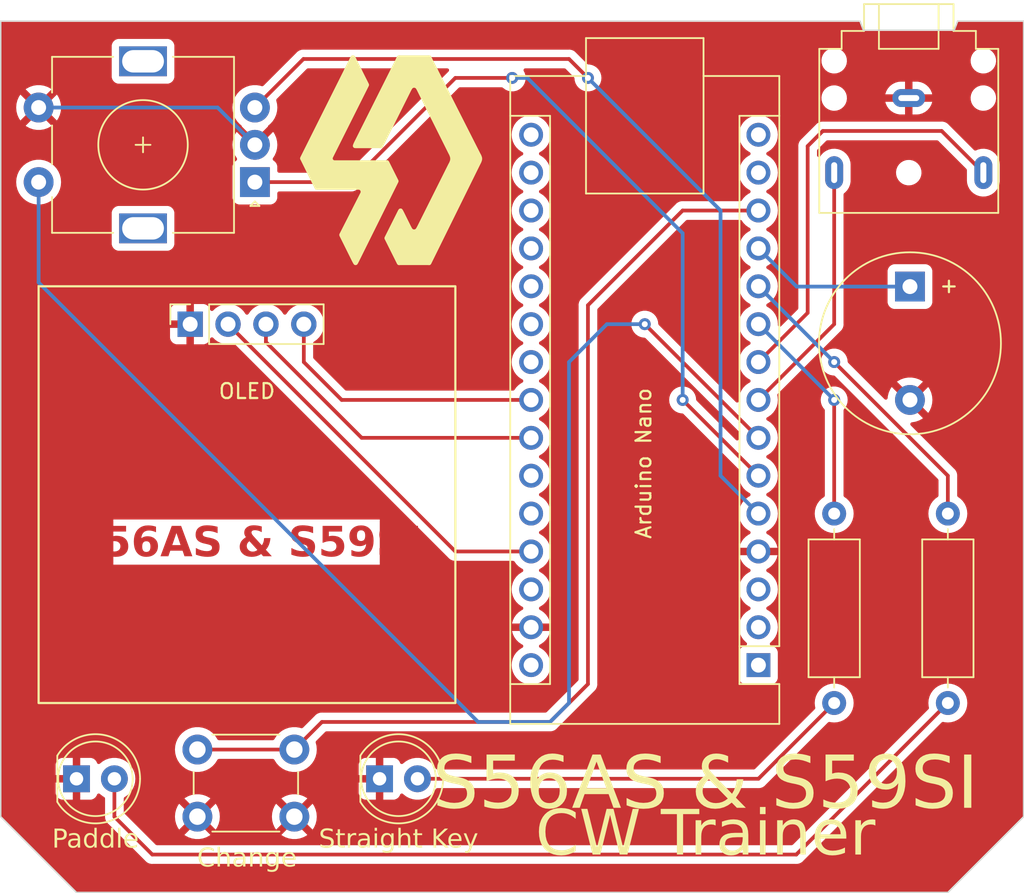
<source format=kicad_pcb>
(kicad_pcb (version 20221018) (generator pcbnew)
  (layers (0 "F.Cu" signal) (31 "B.Cu" signal) (34 "B.Paste" user) (35 "F.Paste" user) (36 "B.SilkS" user "B.Silkscreen") (37 "F.SilkS" user "F.Silkscreen") (38 "B.Mask" user) (39 "F.Mask" user) (44 "Edge.Cuts" user))
  (net 0 "")
  (net 4 "Net-(BZ1-+)")
  (net 5 "Net-(A1-D2)")
  (net 6 "Net-(A1-D3)")
  (net 7 "Net-(A1-D4)")
  (net 8 "Net-(A1-D5)")
  (net 9 "Net-(A1-D6)")
  (net 10 "Net-(A1-D7)")
  (net 11 "Net-(A1-D8)")
  (net 12 "Net-(A1-D9)")
  (net 13 "Net-(A1-D10)")
  (net 23 "Net-(A1-SDA{slash}A4)")
  (net 24 "Net-(A1-SCL{slash}A5)")
  (net 27 "Net-(A1-+5V)")
  (net 30 "Net-(D1-A)")
  (net 31 "Net-(D2-A)")
  (footprint "Button_Switch_THT:SW_PUSH_6mm" (layer "F.Cu") (at 124.691 118.69)
    (fp_text reference "SW1" hide)
    (fp_text value "SW_Push")
    (fp_line (start -0.25 1.5) (end -0.25 3) (stroke (width 0.12)) (layer "F.SilkS"))
    (fp_line (start 1 5.5) (end 5.5 5.5) (stroke (width 0.12)) (layer "F.SilkS"))
    (fp_line (start 5.5 -1) (end 1 -1) (stroke (width 0.12)) (layer "F.SilkS"))
    (fp_line (start 6.75 3) (end 6.75 1.5) (stroke (width 0.12)) (layer "F.SilkS"))
    (pad "1" thru_hole circle (at 0 0 90) (size 2 2) (drill 1.1) (layers "*.Cu" "*.Mask") (net 13 "Net-(A1-D10)"))
    (pad "1" thru_hole circle (at 6.5 0 90) (size 2 2) (drill 1.1) (layers "*.Cu" "*.Mask") (net 13 "Net-(A1-D10)"))
    (pad "2" thru_hole circle (at 0 4.5 90) (size 2 2) (drill 1.1) (layers "*.Cu" "*.Mask") (net 4 "Net-(BZ1-+)"))
    (pad "2" thru_hole circle (at 6.5 4.5 90) (size 2 2) (drill 1.1) (layers "*.Cu" "*.Mask") (net 4 "Net-(BZ1-+)"))
  )
  (footprint "Buzzer_Beeper:Buzzer_12x9.5RM7.6" (layer "F.Cu") (at 172.466 87.65 -90)
    (fp_text reference "BZ1" hide)
    (fp_text value "Buzzer")
    (fp_text user "+" (at -0.01 -2.54 90) (layer "F.SilkS"))
    (fp_circle (center 3.8 0) (end 9.9 0) (stroke (width 0.12)) (fill none) (layer "F.SilkS"))
    (pad "1" thru_hole rect (at 0 0 270) (size 2 2) (drill 1) (layers "*.Cu" "*.Mask") (net 12 "Net-(A1-D9)"))
    (pad "2" thru_hole circle (at 7.6 0 270) (size 2 2) (drill 1) (layers "*.Cu" "*.Mask") (net 4 "Net-(BZ1-+)"))
  )
  (footprint "Module:Arduino_Nano" (layer "F.Cu") (at 162.306 113.03 180)
    (fp_text reference "A1" hide)
    (fp_text value "Arduino_Nano_Every")
    (fp_line (start -1.4 -3.94) (end -1.4 -1.27) (stroke (width 0.12)) (layer "F.SilkS"))
    (fp_line (start -1.4 1.27) (end -1.4 39.5) (stroke (width 0.12)) (layer "F.SilkS"))
    (fp_line (start -1.4 39.5) (end 3.68 39.5) (stroke (width 0.12)) (layer "F.SilkS"))
    (fp_line (start 1.27 -1.27) (end -1.4 -1.27) (stroke (width 0.12)) (layer "F.SilkS"))
    (fp_line (start 1.27 1.27) (end -1.4 1.27) (stroke (width 0.12)) (layer "F.SilkS"))
    (fp_line (start 1.27 1.27) (end 1.27 -1.27) (stroke (width 0.12)) (layer "F.SilkS"))
    (fp_line (start 1.27 1.27) (end 1.27 36.83) (stroke (width 0.12)) (layer "F.SilkS"))
    (fp_line (start 1.27 36.83) (end -1.4 36.83) (stroke (width 0.12)) (layer "F.SilkS"))
    (fp_line (start 3.68 31.62) (end 11.56 31.62) (stroke (width 0.12)) (layer "F.SilkS"))
    (fp_line (start 3.68 42.04) (end 3.68 31.62) (stroke (width 0.12)) (layer "F.SilkS"))
    (fp_line (start 11.56 31.62) (end 11.56 42.04) (stroke (width 0.12)) (layer "F.SilkS"))
    (fp_line (start 11.56 42.04) (end 3.68 42.04) (stroke (width 0.12)) (layer "F.SilkS"))
    (fp_line (start 13.97 -1.27) (end 13.97 36.83) (stroke (width 0.12)) (layer "F.SilkS"))
    (fp_line (start 13.97 -1.27) (end 16.64 -1.27) (stroke (width 0.12)) (layer "F.SilkS"))
    (fp_line (start 13.97 36.83) (end 16.64 36.83) (stroke (width 0.12)) (layer "F.SilkS"))
    (fp_line (start 16.64 -3.94) (end -1.4 -3.94) (stroke (width 0.12)) (layer "F.SilkS"))
    (fp_line (start 16.64 39.5) (end 11.56 39.5) (stroke (width 0.12)) (layer "F.SilkS"))
    (fp_line (start 16.64 39.5) (end 16.64 -3.94) (stroke (width 0.12)) (layer "F.SilkS"))
    (pad "1" thru_hole rect (at 0 0 180) (size 1.6 1.6) (drill 1) (layers "*.Cu" "*.Mask"))
    (pad "2" thru_hole oval (at 0 2.54 180) (size 1.6 1.6) (drill 1) (layers "*.Cu" "*.Mask"))
    (pad "3" thru_hole oval (at 0 5.08 180) (size 1.6 1.6) (drill 1) (layers "*.Cu" "*.Mask"))
    (pad "4" thru_hole oval (at 0 7.62 180) (size 1.6 1.6) (drill 1) (layers "*.Cu" "*.Mask") (net 4 "Net-(BZ1-+)"))
    (pad "5" thru_hole oval (at 0 10.16 180) (size 1.6 1.6) (drill 1) (layers "*.Cu" "*.Mask") (net 5 "Net-(A1-D2)"))
    (pad "6" thru_hole oval (at 0 12.7 180) (size 1.6 1.6) (drill 1) (layers "*.Cu" "*.Mask") (net 6 "Net-(A1-D3)"))
    (pad "7" thru_hole oval (at 0 15.24 180) (size 1.6 1.6) (drill 1) (layers "*.Cu" "*.Mask") (net 7 "Net-(A1-D4)"))
    (pad "8" thru_hole oval (at 0 17.78 180) (size 1.6 1.6) (drill 1) (layers "*.Cu" "*.Mask") (net 8 "Net-(A1-D5)"))
    (pad "9" thru_hole oval (at 0 20.32 180) (size 1.6 1.6) (drill 1) (layers "*.Cu" "*.Mask") (net 9 "Net-(A1-D6)"))
    (pad "10" thru_hole oval (at 0 22.86 180) (size 1.6 1.6) (drill 1) (layers "*.Cu" "*.Mask") (net 10 "Net-(A1-D7)"))
    (pad "11" thru_hole oval (at 0 25.4 180) (size 1.6 1.6) (drill 1) (layers "*.Cu" "*.Mask") (net 11 "Net-(A1-D8)"))
    (pad "12" thru_hole oval (at 0 27.94 180) (size 1.6 1.6) (drill 1) (layers "*.Cu" "*.Mask") (net 12 "Net-(A1-D9)"))
    (pad "13" thru_hole oval (at 0 30.48 180) (size 1.6 1.6) (drill 1) (layers "*.Cu" "*.Mask") (net 13 "Net-(A1-D10)"))
    (pad "14" thru_hole oval (at 0 33.02 180) (size 1.6 1.6) (drill 1) (layers "*.Cu" "*.Mask"))
    (pad "15" thru_hole oval (at 0 35.56 180) (size 1.6 1.6) (drill 1) (layers "*.Cu" "*.Mask"))
    (pad "16" thru_hole oval (at 15.24 35.56 180) (size 1.6 1.6) (drill 1) (layers "*.Cu" "*.Mask"))
    (pad "17" thru_hole oval (at 15.24 33.02 180) (size 1.6 1.6) (drill 1) (layers "*.Cu" "*.Mask"))
    (pad "18" thru_hole oval (at 15.24 30.48 180) (size 1.6 1.6) (drill 1) (layers "*.Cu" "*.Mask"))
    (pad "19" thru_hole oval (at 15.24 27.94 180) (size 1.6 1.6) (drill 1) (layers "*.Cu" "*.Mask"))
    (pad "20" thru_hole oval (at 15.24 25.4 180) (size 1.6 1.6) (drill 1) (layers "*.Cu" "*.Mask"))
    (pad "21" thru_hole oval (at 15.24 22.86 180) (size 1.6 1.6) (drill 1) (layers "*.Cu" "*.Mask"))
    (pad "22" thru_hole oval (at 15.24 20.32 180) (size 1.6 1.6) (drill 1) (layers "*.Cu" "*.Mask"))
    (pad "23" thru_hole oval (at 15.24 17.78 180) (size 1.6 1.6) (drill 1) (layers "*.Cu" "*.Mask") (net 23 "Net-(A1-SDA{slash}A4)"))
    (pad "24" thru_hole oval (at 15.24 15.24 180) (size 1.6 1.6) (drill 1) (layers "*.Cu" "*.Mask") (net 24 "Net-(A1-SCL{slash}A5)"))
    (pad "25" thru_hole oval (at 15.24 12.7 180) (size 1.6 1.6) (drill 1) (layers "*.Cu" "*.Mask"))
    (pad "26" thru_hole oval (at 15.24 10.16 180) (size 1.6 1.6) (drill 1) (layers "*.Cu" "*.Mask"))
    (pad "27" thru_hole oval (at 15.24 7.62 180) (size 1.6 1.6) (drill 1) (layers "*.Cu" "*.Mask") (net 27 "Net-(A1-+5V)"))
    (pad "28" thru_hole oval (at 15.24 5.08 180) (size 1.6 1.6) (drill 1) (layers "*.Cu" "*.Mask"))
    (pad "29" thru_hole oval (at 15.24 2.54 180) (size 1.6 1.6) (drill 1) (layers "*.Cu" "*.Mask") (net 4 "Net-(BZ1-+)"))
    (pad "30" thru_hole oval (at 15.24 0 180) (size 1.6 1.6) (drill 1) (layers "*.Cu" "*.Mask"))
  )
  (footprint "Resistor_THT:R_Axial_DIN0309_L9.0mm_D3.2mm_P12.70mm_Horizontal" (layer "F.Cu") (at 175.006 115.57 90)
    (fp_text reference "R2" hide)
    (fp_text value "220")
    (fp_line (start 1.04 0) (end 1.73 0) (stroke (width 0.12)) (layer "F.SilkS"))
    (fp_line (start 1.73 -1.72) (end 1.73 1.72) (stroke (width 0.12)) (layer "F.SilkS"))
    (fp_line (start 1.73 1.72) (end 10.97 1.72) (stroke (width 0.12)) (layer "F.SilkS"))
    (fp_line (start 10.97 -1.72) (end 1.73 -1.72) (stroke (width 0.12)) (layer "F.SilkS"))
    (fp_line (start 10.97 1.72) (end 10.97 -1.72) (stroke (width 0.12)) (layer "F.SilkS"))
    (fp_line (start 11.66 0) (end 10.97 0) (stroke (width 0.12)) (layer "F.SilkS"))
    (pad "1" thru_hole circle (at 0 0 90) (size 1.6 1.6) (drill 0.8) (layers "*.Cu" "*.Mask") (net 30 "Net-(D1-A)"))
    (pad "2" thru_hole oval (at 12.7 0 90) (size 1.6 1.6) (drill 0.8) (layers "*.Cu" "*.Mask") (net 11 "Net-(A1-D8)"))
  )
  (footprint "Connector_Audio:Jack_3.5mm_CUI_SJ1-3523N_Horizontal" (layer "F.Cu") (at 172.386 75.01 180)
    (fp_text reference "J2" hide)
    (fp_text value "SJ1-3523N")
    (fp_line (start -6 -7.7) (end 6 -7.7) (stroke (width 0.12)) (layer "F.SilkS"))
    (fp_line (start -6 3.3) (end -6 -7.7) (stroke (width 0.12)) (layer "F.SilkS"))
    (fp_line (start -4.5 3.3) (end -6 3.3) (stroke (width 0.12)) (layer "F.SilkS"))
    (fp_line (start -4.5 4.5) (end -4.5 3.3) (stroke (width 0.12)) (layer "F.SilkS"))
    (fp_line (start -3 4.5) (end -4.5 4.5) (stroke (width 0.12)) (layer "F.SilkS"))
    (fp_line (start -3 6.3) (end -3 4.5) (stroke (width 0.12)) (layer "F.SilkS"))
    (fp_line (start -2 3.3) (end -2 6.3) (stroke (width 0.12)) (layer "F.SilkS"))
    (fp_line (start 2 3.3) (end -2 3.3) (stroke (width 0.12)) (layer "F.SilkS"))
    (fp_line (start 2 6.3) (end 2 3.3) (stroke (width 0.12)) (layer "F.SilkS"))
    (fp_line (start 3 4.5) (end 3 6.3) (stroke (width 0.12)) (layer "F.SilkS"))
    (fp_line (start 3 6.3) (end -3 6.3) (stroke (width 0.12)) (layer "F.SilkS"))
    (fp_line (start 4.5 3.3) (end 4.5 4.5) (stroke (width 0.12)) (layer "F.SilkS"))
    (fp_line (start 4.5 4.5) (end 3 4.5) (stroke (width 0.12)) (layer "F.SilkS"))
    (fp_line (start 6 -7.7) (end 6 3.3) (stroke (width 0.12)) (layer "F.SilkS"))
    (fp_line (start 6 3.3) (end 4.5 3.3) (stroke (width 0.12)) (layer "F.SilkS"))
    (pad "" np_thru_hole circle (at -5 0 180) (size 1.2 1.2) (drill 1.2) (layers "F&B.Cu" "*.Mask"))
    (pad "" np_thru_hole circle (at -5 2.5 180) (size 1.2 1.2) (drill 1.2) (layers "F&B.Cu" "*.Mask"))
    (pad "" np_thru_hole circle (at 0 -5 180) (size 1.2 1.2) (drill 1.2) (layers "F&B.Cu" "*.Mask"))
    (pad "" np_thru_hole circle (at 5 0 180) (size 1.2 1.2) (drill 1.2) (layers "F&B.Cu" "*.Mask"))
    (pad "" np_thru_hole circle (at 5 2.5 180) (size 1.2 1.2) (drill 1.2) (layers "F&B.Cu" "*.Mask"))
    (pad "R" thru_hole oval (at -5 -5 180) (size 1.2 2.2) (drill oval 0.4 1.4) (layers "*.Cu" "*.Mask") (net 9 "Net-(A1-D6)"))
    (pad "S" thru_hole oval (at 0 0 180) (size 2.2 1.2) (drill oval 1.4 0.4) (layers "*.Cu" "*.Mask") (net 4 "Net-(BZ1-+)"))
    (pad "T" thru_hole oval (at 5 -5) (size 1.2 2.2) (drill oval 0.4 1.4) (layers "*.Cu" "*.Mask") (net 8 "Net-(A1-D5)"))
  )
  (footprint "Resistor_THT:R_Axial_DIN0309_L9.0mm_D3.2mm_P12.70mm_Horizontal" (layer "F.Cu") (at 167.386 115.57 90)
    (fp_text reference "R1" hide)
    (fp_text value "220")
    (fp_line (start 1.04 0) (end 1.73 0) (stroke (width 0.12)) (layer "F.SilkS"))
    (fp_line (start 1.73 -1.72) (end 1.73 1.72) (stroke (width 0.12)) (layer "F.SilkS"))
    (fp_line (start 1.73 1.72) (end 10.97 1.72) (stroke (width 0.12)) (layer "F.SilkS"))
    (fp_line (start 10.97 -1.72) (end 1.73 -1.72) (stroke (width 0.12)) (layer "F.SilkS"))
    (fp_line (start 10.97 1.72) (end 10.97 -1.72) (stroke (width 0.12)) (layer "F.SilkS"))
    (fp_line (start 11.66 0) (end 10.97 0) (stroke (width 0.12)) (layer "F.SilkS"))
    (pad "1" thru_hole circle (at 0 0 90) (size 1.6 1.6) (drill 0.8) (layers "*.Cu" "*.Mask") (net 31 "Net-(D2-A)"))
    (pad "2" thru_hole oval (at 12.7 0 90) (size 1.6 1.6) (drill 0.8) (layers "*.Cu" "*.Mask") (net 10 "Net-(A1-D7)"))
  )
  (footprint "LED_THT:LED_D5.0mm" (layer "F.Cu") (at 116.586 120.65)
    (fp_text reference "D1" hide)
    (fp_text value "LED")
    (fp_line (start -1.29 -1.545) (end -1.29 1.545) (stroke (width 0.12)) (layer "F.SilkS"))
    (fp_arc (start -1.29 -1.54483) (mid 2.072002 -2.880433) (end 4.26 0.000462) (stroke (width 0.12)) (layer "F.SilkS"))
    (fp_arc (start 4.26 -0.000462) (mid 2.072002 2.880433) (end -1.29 1.54483) (stroke (width 0.12)) (layer "F.SilkS"))
    (fp_circle (center 1.27 0) (end 3.77 0) (stroke (width 0.12)) (fill none) (layer "F.SilkS"))
    (pad "1" thru_hole rect (at 0 0) (size 1.8 1.8) (drill 0.9) (layers "*.Cu" "*.Mask") (net 4 "Net-(BZ1-+)"))
    (pad "2" thru_hole circle (at 2.54 0) (size 1.8 1.8) (drill 0.9) (layers "*.Cu" "*.Mask") (net 30 "Net-(D1-A)"))
  )
  (footprint "Connector_PinSocket_2.54mm:PinSocket_1x04_P2.54mm_Vertical" (layer "F.Cu") (at 124.206 90.17 90)
    (fp_text reference "J1" hide)
    (fp_text value "OLED")
    (fp_line (start -1.33 1.27) (end -1.33 8.95) (stroke (width 0.12)) (layer "F.SilkS"))
    (fp_line (start -1.33 1.27) (end 1.33 1.27) (stroke (width 0.12)) (layer "F.SilkS"))
    (fp_line (start -1.33 8.95) (end 1.33 8.95) (stroke (width 0.12)) (layer "F.SilkS"))
    (fp_line (start 0 -1.33) (end 1.33 -1.33) (stroke (width 0.12)) (layer "F.SilkS"))
    (fp_line (start 1.33 -1.33) (end 1.33 0) (stroke (width 0.12)) (layer "F.SilkS"))
    (fp_line (start 1.33 1.27) (end 1.33 8.95) (stroke (width 0.12)) (layer "F.SilkS"))
    (pad "1" thru_hole rect (at 0 0 90) (size 1.7 1.7) (drill 1) (layers "*.Cu" "*.Mask") (net 4 "Net-(BZ1-+)"))
    (pad "2" thru_hole oval (at 0 2.54 90) (size 1.7 1.7) (drill 1) (layers "*.Cu" "*.Mask"))
    (pad "3" thru_hole oval (at 0 5.08 90) (size 1.7 1.7) (drill 1) (layers "*.Cu" "*.Mask"))
    (pad "4" thru_hole oval (at 0 7.62 90) (size 1.7 1.7) (drill 1) (layers "*.Cu" "*.Mask"))
  )
  (footprint "Rotary_Encoder:RotaryEncoder_Alps_EC11E-Switch_Vertical_H20mm" (layer "F.Cu") (at 128.546 80.645 180)
    (fp_text reference "J3" hide)
    (fp_text value "rotary encoder" hide)
    (fp_line (start -0.3 -1.6) (end 0.3 -1.6) (stroke (width 0.12)) (layer "F.SilkS"))
    (fp_line (start 0 -1.3) (end -0.3 -1.6) (stroke (width 0.12)) (layer "F.SilkS"))
    (fp_line (start 0.3 -1.6) (end 0 -1.3) (stroke (width 0.12)) (layer "F.SilkS"))
    (fp_line (start 1.4 -3.4) (end 1.4 8.4) (stroke (width 0.12)) (layer "F.SilkS"))
    (fp_line (start 5.5 -3.4) (end 1.4 -3.4) (stroke (width 0.12)) (layer "F.SilkS"))
    (fp_line (start 5.5 8.4) (end 1.4 8.4) (stroke (width 0.12)) (layer "F.SilkS"))
    (fp_line (start 7 2.5) (end 8 2.5) (stroke (width 0.12)) (layer "F.SilkS"))
    (fp_line (start 7.5 2) (end 7.5 3) (stroke (width 0.12)) (layer "F.SilkS"))
    (fp_line (start 9.5 -3.4) (end 13.6 -3.4) (stroke (width 0.12)) (layer "F.SilkS"))
    (fp_line (start 13.6 -3.4) (end 13.6 -1) (stroke (width 0.12)) (layer "F.SilkS"))
    (fp_line (start 13.6 1.2) (end 13.6 3.8) (stroke (width 0.12)) (layer "F.SilkS"))
    (fp_line (start 13.6 6) (end 13.6 8.4) (stroke (width 0.12)) (layer "F.SilkS"))
    (fp_line (start 13.6 8.4) (end 9.5 8.4) (stroke (width 0.12)) (layer "F.SilkS"))
    (fp_circle (center 7.5 2.5) (end 10.5 2.5) (stroke (width 0.12)) (fill none) (layer "F.SilkS"))
    (pad "A" thru_hole rect (at 0 0 180) (size 2 2) (drill 1) (layers "*.Cu" "*.Mask") (net 6 "Net-(A1-D3)"))
    (pad "B" thru_hole circle (at 0 5 180) (size 2 2) (drill 1) (layers "*.Cu" "*.Mask") (net 5 "Net-(A1-D2)"))
    (pad "C" thru_hole circle (at 0 2.5 180) (size 2 2) (drill 1) (layers "*.Cu" "*.Mask") (net 4 "Net-(BZ1-+)"))
    (pad "MP" thru_hole rect (at 7.5 -3.1 180) (size 3.2 2) (drill oval 2.8 1.5) (layers "*.Cu" "*.Mask"))
    (pad "MP" thru_hole rect (at 7.5 8.1 180) (size 3.2 2) (drill oval 2.8 1.5) (layers "*.Cu" "*.Mask"))
    (pad "S1" thru_hole circle (at 14.5 5 180) (size 2 2) (drill 1) (layers "*.Cu" "*.Mask") (net 4 "Net-(BZ1-+)"))
    (pad "S2" thru_hole circle (at 14.5 0 180) (size 2 2) (drill 1) (layers "*.Cu" "*.Mask") (net 7 "Net-(A1-D4)"))
  )
  (footprint "LED_THT:LED_D5.0mm" (layer "F.Cu") (at 136.906 120.65)
    (fp_text reference "D2" hide)
    (fp_text value "LED")
    (fp_line (start -1.29 -1.545) (end -1.29 1.545) (stroke (width 0.12)) (layer "F.SilkS"))
    (fp_arc (start -1.29 -1.54483) (mid 2.072002 -2.880433) (end 4.26 0.000462) (stroke (width 0.12)) (layer "F.SilkS"))
    (fp_arc (start 4.26 -0.000462) (mid 2.072002 2.880433) (end -1.29 1.54483) (stroke (width 0.12)) (layer "F.SilkS"))
    (fp_circle (center 1.27 0) (end 3.77 0) (stroke (width 0.12)) (fill none) (layer "F.SilkS"))
    (pad "1" thru_hole rect (at 0 0) (size 1.8 1.8) (drill 0.9) (layers "*.Cu" "*.Mask") (net 4 "Net-(BZ1-+)"))
    (pad "2" thru_hole circle (at 2.54 0) (size 1.8 1.8) (drill 0.9) (layers "*.Cu" "*.Mask") (net 31 "Net-(D2-A)"))
  )
  (gr_poly (pts (xy 135.128 72.136) (xy 135.136979 72.136711) (xy 135.14592 72.137896) (xy 135.154804 72.139554) (xy 135.163611 72.141686) (xy 135.172322 72.144292) (xy 135.180918 72.147372) (xy 135.189381 72.150926) (xy 135.194287 72.15343) (xy 135.199114 72.156234) (xy 135.203872 72.159341) (xy 135.208571 72.162757) (xy 135.21322 72.166486) (xy 135.217829 72.170532) (xy 135.222408 72.174901) (xy 135.226966 72.179596) (xy 135.231513 72.184623) (xy 135.236058 72.189985) (xy 135.245184 72.201737) (xy 135.25442 72.214887) (xy 135.263844 72.229474) (xy 135.273533 72.245533) (xy 135.283565 72.263102) (xy 135.294016 72.282218) (xy 135.304964 72.302917) (xy 135.328661 72.349211) (xy 135.355274 72.40228) (xy 136.159608 74.008433) (xy 136.165394 74.01883) (xy 136.170792 74.029421) (xy 136.175798 74.040194) (xy 136.180408 74.051138) (xy 136.184617 74.062242) (xy 136.188422 74.073496) (xy 136.191816 74.084888) (xy 136.194797 74.096407) (xy 136.195676 74.100129) (xy 136.196438 74.103871) (xy 136.197083 74.107629) (xy 136.19761 74.111401) (xy 136.19802 74.115183) (xy 136.198313 74.118974) (xy 136.198489 74.12277) (xy 136.198548 74.126569) (xy 136.198489 74.130368) (xy 136.198313 74.134165) (xy 136.19802 74.137956) (xy 136.19761 74.141738) (xy 136.197083 74.14551) (xy 136.196438 74.149268) (xy 136.195676 74.15301) (xy 136.194797 74.156732) (xy 136.191816 74.168251) (xy 136.188422 74.179643) (xy 136.184617 74.190897) (xy 136.180408 74.202001) (xy 136.175798 74.212945) (xy 136.170792 74.223718) (xy 136.165394 74.234309) (xy 136.159608 74.244706) (xy 133.776771 79.000327) (xy 133.773689 79.007083) (xy 133.771018 79.013964) (xy 133.768757 79.020953) (xy 133.766908 79.028031) (xy 133.76547 79.035181) (xy 133.764443 79.042385) (xy 133.763826 79.049624) (xy 133.763621 79.056881) (xy 133.763826 79.064139) (xy 133.764443 79.071378) (xy 133.76547 79.078582) (xy 133.766908 79.085732) (xy 133.768757 79.09281) (xy 133.771018 79.099799) (xy 133.773689 79.10668) (xy 133.776771 79.113436) (xy 133.778859 79.117397) (xy 133.781074 79.121265) (xy 133.783411 79.125038) (xy 133.785867 79.128713) (xy 133.788439 79.132288) (xy 133.791125 79.135762) (xy 133.793919 79.139133) (xy 133.79682 79.142398) (xy 133.799824 79.145555) (xy 133.802928 79.148602) (xy 133.806129 79.151538) (xy 133.809422 79.15436) (xy 133.812806 79.157067) (xy 133.816277 79.159655) (xy 133.819831 79.162124) (xy 133.823465 79.164472) (xy 133.827177 79.166695) (xy 133.830962 79.168793) (xy 133.834818 79.170762) (xy 133.838741 79.172602) (xy 133.842728 79.17431) (xy 133.846775 79.175884) (xy 133.850881 79.177322) (xy 133.85504 79.178623) (xy 133.859251 79.179783) (xy 133.863509 79.180801) (xy 133.867812 79.181675) (xy 133.872156 79.182403) (xy 133.876538 79.182983) (xy 133.880955 79.183413) (xy 133.885403 79.183691) (xy 133.88988 79.183814) (xy 137.330918 79.183814) (xy 137.345303 79.181676) (xy 137.359746 79.180149) (xy 137.374228 79.179233) (xy 137.388729 79.178927) (xy 137.403231 79.179233) (xy 137.417713 79.180149) (xy 137.432156 79.181676) (xy 137.446541 79.183814) (xy 137.450788 79.185313) (xy 137.454983 79.186933) (xy 137.459123 79.188673) (xy 137.463206 79.190531) (xy 137.46723 79.192507) (xy 137.471192 79.194598) (xy 137.475089 79.196802) (xy 137.47892 79.19912) (xy 137.482681 79.201547) (xy 137.486371 79.204085) (xy 137.489987 79.20673) (xy 137.493525 79.209481) (xy 137.496985 79.212337) (xy 137.500363 79.215296) (xy 137.503658 79.218357) (xy 137.506866 79.221518) (xy 137.511596 79.227177) (xy 137.516204 79.23293) (xy 137.520688 79.238772) (xy 137.525048 79.244704) (xy 137.529282 79.250722) (xy 137.533388 79.256825) (xy 137.537367 79.263011) (xy 137.541215 79.269277) (xy 137.544933 79.275622) (xy 137.548519 79.282043) (xy 137.551971 79.288538) (xy 137.555289 79.295106) (xy 137.558471 79.301744) (xy 137.561517 79.308451) (xy 137.564424 79.315223) (xy 137.567191 79.32206) (xy 138.137764 80.463208) (xy 138.143759 80.473616) (xy 138.149396 80.484212) (xy 138.154671 80.494984) (xy 138.159579 80.505925) (xy 138.164116 80.517024) (xy 138.16828 80.528273) (xy 138.172065 80.539661) (xy 138.175468 80.551181) (xy 138.176262 80.558704) (xy 138.17683 80.566242) (xy 138.17717 80.573791) (xy 138.177284 80.581344) (xy 138.17717 80.588898) (xy 138.17683 80.596446) (xy 138.176262 80.603984) (xy 138.175468 80.611507) (xy 138.172065 80.623026) (xy 138.16828 80.634415) (xy 138.164116 80.645664) (xy 138.159579 80.656763) (xy 138.154671 80.667704) (xy 138.149396 80.678477) (xy 138.14376 80.689072) (xy 138.137765 80.69948) (xy 135.533736 85.942729) (xy 135.481973 86.04386) (xy 135.460127 86.084336) (xy 135.449929 86.102143) (xy 135.440107 86.118362) (xy 135.430579 86.133021) (xy 135.421265 86.146144) (xy 135.412083 86.157757) (xy 135.402953 86.167887) (xy 135.393794 86.176558) (xy 135.384524 86.183797) (xy 135.375062 86.18963) (xy 135.365329 86.194082) (xy 135.356866 86.197636) (xy 135.34827 86.200716) (xy 135.339559 86.203322) (xy 135.330752 86.205454) (xy 135.321868 86.207112) (xy 135.312927 86.208297) (xy 135.303948 86.209008) (xy 135.29495 86.209245) (xy 135.285951 86.209008) (xy 135.276972 86.208297) (xy 135.268031 86.207112) (xy 135.259148 86.205454) (xy 135.250341 86.203322) (xy 135.24163 86.200716) (xy 135.233033 86.197636) (xy 135.224571 86.194082) (xy 135.219665 86.191571) (xy 135.214837 86.188747) (xy 135.210077 86.185607) (xy 135.205375 86.182148) (xy 135.200722 86.178367) (xy 135.196106 86.174261) (xy 135.191517 86.169826) (xy 135.186946 86.165059) (xy 135.182382 86.159957) (xy 135.177816 86.154517) (xy 135.168634 86.142609) (xy 135.15932 86.129309) (xy 135.149793 86.114592) (xy 135.13997 86.098431) (xy 135.129773 86.080802) (xy 135.119118 86.061677) (xy 135.107926 86.041032) (xy 135.083606 85.995076) (xy 135.056163 85.942729) (xy 134.241776 84.3039) (xy 134.235948 84.29319) (xy 134.230519 84.282286) (xy 134.225495 84.271199) (xy 134.220879 84.25994) (xy 134.216675 84.248521) (xy 134.212889 84.236952) (xy 134.209525 84.225245) (xy 134.206586 84.213412) (xy 134.205707 84.209689) (xy 134.204945 84.205948) (xy 134.204301 84.202189) (xy 134.203773 84.198418) (xy 134.203363 84.194635) (xy 134.20307 84.190844) (xy 134.202894 84.187048) (xy 134.202836 84.183249) (xy 134.202894 84.17945) (xy 134.20307 84.175653) (xy 134.203363 84.171863) (xy 134.203773 84.16808) (xy 134.204301 84.164309) (xy 134.204945 84.160551) (xy 134.205707 84.156809) (xy 134.206586 84.153087) (xy 134.208037 84.14724) (xy 134.209613 84.141431) (xy 134.211313 84.135662) (xy 134.213135 84.129933) (xy 134.215079 84.124248) (xy 134.217145 84.118608) (xy 134.219331 84.113015) (xy 134.221637 84.107471) (xy 134.224061 84.101978) (xy 134.226604 84.096537) (xy 134.229263 84.091152) (xy 134.232039 84.085823) (xy 134.234931 84.080552) (xy 134.237937 84.075343) (xy 134.241056 84.070195) (xy 134.244289 84.065112) (xy 135.624224 81.353002) (xy 135.6271 81.34588) (xy 135.629592 81.338653) (xy 135.631701 81.331337) (xy 135.633427 81.323946) (xy 135.634769 81.316495) (xy 135.635728 81.309) (xy 135.636303 81.301474) (xy 135.636495 81.293934) (xy 135.636303 81.286394) (xy 135.635728 81.278868) (xy 135.634769 81.271372) (xy 135.633427 81.263922) (xy 135.631701 81.256531) (xy 135.629592 81.249214) (xy 135.6271 81.241988) (xy 135.624224 81.234866) (xy 135.622029 81.230318) (xy 135.619684 81.225877) (xy 135.617191 81.221544) (xy 135.614554 81.217323) (xy 135.611778 81.213214) (xy 135.608867 81.209222) (xy 135.605824 81.205348) (xy 135.602653 81.201596) (xy 135.599359 81.197967) (xy 135.595945 81.194464) (xy 135.592415 81.19109) (xy 135.588774 81.187847) (xy 135.585024 81.184737) (xy 135.581171 81.181764) (xy 135.577218 81.17893) (xy 135.573168 81.176237) (xy 135.569027 81.173688) (xy 135.564798 81.171285) (xy 135.560484 81.169031) (xy 135.55609 81.166929) (xy 135.55162 81.164981) (xy 135.547078 81.163189) (xy 135.542467 81.161556) (xy 135.537792 81.160084) (xy 135.533056 81.158777) (xy 135.528264 81.157636) (xy 135.523419 81.156665) (xy 135.518526 81.155865) (xy 135.513588 81.155239) (xy 135.50861 81.15479) (xy 135.503594 81.15452) (xy 135.498546 81.154432) (xy 132.748732 81.154432) (xy 132.734347 81.15657) (xy 132.719904 81.158097) (xy 132.705422 81.159014) (xy 132.690921 81.159319) (xy 132.676419 81.159014) (xy 132.661937 81.158097) (xy 132.647494 81.15657) (xy 132.633109 81.154432) (xy 132.629388 81.152118) (xy 132.625735 81.149708) (xy 132.622154 81.147202) (xy 132.618645 81.144601) (xy 132.61521 81.141909) (xy 132.611851 81.139125) (xy 132.608571 81.136253) (xy 132.60537 81.133294) (xy 132.60225 81.130249) (xy 132.599214 81.127119) (xy 132.596262 81.123908) (xy 132.593397 81.120616) (xy 132.59062 81.117245) (xy 132.587934 81.113796) (xy 132.585339 81.110272) (xy 132.582838 81.106674) (xy 132.578301 81.100966) (xy 132.573881 81.095172) (xy 132.569581 81.089294) (xy 132.565402 81.083335) (xy 132.561343 81.077296) (xy 132.557407 81.071179) (xy 132.553595 81.064985) (xy 132.549908 81.058718) (xy 132.546346 81.052378) (xy 132.542911 81.045968) (xy 132.539604 81.039489) (xy 132.536426 81.032943) (xy 132.533379 81.026333) (xy 132.530462 81.01966) (xy 132.527678 81.012925) (xy 132.525027 81.006132) (xy 131.620152 79.176274) (xy 131.613649 79.165874) (xy 131.607471 79.155289) (xy 131.601621 79.144525) (xy 131.596103 79.133591) (xy 131.59092 79.122494) (xy 131.586076 79.111241) (xy 131.581576 79.099841) (xy 131.577422 79.0883) (xy 131.576759 79.084399) (xy 131.576184 79.080487) (xy 131.575698 79.076567) (xy 131.575301 79.072639) (xy 131.574991 79.068704) (xy 131.57477 79.064766) (xy 131.574638 79.060824) (xy 131.574594 79.056881) (xy 131.574638 79.052938) (xy 131.57477 79.048997) (xy 131.574991 79.045058) (xy 131.575301 79.041124) (xy 131.575698 79.037196) (xy 131.576184 79.033275) (xy 131.576759 79.029363) (xy 131.577422 79.025462) (xy 131.580543 79.01399) (xy 131.584036 79.002637) (xy 131.587898 78.99141) (xy 131.592125 78.980318) (xy 131.596713 78.969372) (xy 131.60166 78.958578) (xy 131.60696 78.947948) (xy 131.612611 78.937488) (xy 134.880215 72.40228) (xy 134.931978 72.301503) (xy 134.953824 72.261335) (xy 134.964022 72.243678) (xy 134.973844 72.227589) (xy 134.983372 72.213032) (xy 134.992686 72.199969) (xy 135.001868 72.188365) (xy 135.010998 72.178182) (xy 135.020157 72.169384) (xy 135.029427 72.161932) (xy 135.038888 72.155792) (xy 135.048622 72.150926) (xy 135.057085 72.147372) (xy 135.065681 72.144292) (xy 135.074393 72.141686) (xy 135.0832 72.139554) (xy 135.092083 72.137896) (xy 135.101024 72.136711) (xy 135.110003 72.136) (xy 135.119002 72.135764)) (fill solid) (layer "F.SilkS"))
  (gr_poly (pts (xy 140.221204 72.140864) (xy 140.228455 72.141104) (xy 140.235702 72.141503) (xy 140.24294 72.142063) (xy 140.250168 72.142782) (xy 140.257382 72.143661) (xy 140.264581 72.1447) (xy 140.271761 72.145899) (xy 140.276155 72.14738) (xy 140.280499 72.148984) (xy 140.284789 72.150711) (xy 140.289024 72.152558) (xy 140.2932 72.154525) (xy 140.297316 72.156609) (xy 140.301368 72.158809) (xy 140.305356 72.161125) (xy 140.309275 72.163553) (xy 140.313123 72.166093) (xy 140.316899 72.168744) (xy 140.3206 72.171504) (xy 140.324222 72.174371) (xy 140.327765 72.177344) (xy 140.331225 72.180421) (xy 140.334599 72.183602) (xy 140.343299 72.194934) (xy 140.351591 72.206552) (xy 140.359468 72.218444) (xy 140.366925 72.230599) (xy 140.373954 72.243007) (xy 140.380549 72.255655) (xy 140.386703 72.268533) (xy 140.39241 72.28163) (xy 143.660015 78.723837) (xy 143.678249 78.75494) (xy 143.695341 78.786646) (xy 143.711276 78.818923) (xy 143.726041 78.851739) (xy 143.739622 78.885063) (xy 143.752005 78.918862) (xy 143.763177 78.953104) (xy 143.773125 78.987759) (xy 143.775328 78.999128) (xy 143.777237 79.010537) (xy 143.778853 79.021979) (xy 143.780174 79.03345) (xy 143.781202 79.044943) (xy 143.781936 79.056454) (xy 143.782377 79.067975) (xy 143.782524 79.079503) (xy 143.782377 79.09103) (xy 143.781936 79.102552) (xy 143.781202 79.114062) (xy 143.780174 79.125556) (xy 143.778852 79.137026) (xy 143.777237 79.148469) (xy 143.775327 79.159878) (xy 143.773124 79.171247) (xy 143.763662 79.206074) (xy 143.753019 79.240524) (xy 143.741208 79.274569) (xy 143.72824 79.30818) (xy 143.714128 79.341326) (xy 143.698883 79.373978) (xy 143.682517 79.406107) (xy 143.665042 79.437683) (xy 140.392411 86.068405) (xy 140.389644 86.075242) (xy 140.386737 86.082015) (xy 140.383692 86.088721) (xy 140.380509 86.095359) (xy 140.377192 86.101927) (xy 140.373739 86.108423) (xy 140.370153 86.114844) (xy 140.366436 86.121188) (xy 140.362587 86.127455) (xy 140.358609 86.13364) (xy 140.354502 86.139743) (xy 140.350268 86.145761) (xy 140.345909 86.151693) (xy 140.341424 86.157536) (xy 140.336816 86.163288) (xy 140.332086 86.168947) (xy 140.328878 86.172109) (xy 140.325584 86.175169) (xy 140.322206 86.178129) (xy 140.318746 86.180985) (xy 140.315207 86.183736) (xy 140.311592 86.186381) (xy 140.307903 86.188918) (xy 140.304141 86.191346) (xy 140.300311 86.193663) (xy 140.296413 86.195868) (xy 140.292451 86.197959) (xy 140.288427 86.199934) (xy 140.284344 86.201793) (xy 140.280204 86.203533) (xy 140.276009 86.205153) (xy 140.271761 86.206651) (xy 140.257063 86.20882) (xy 140.242305 86.210369) (xy 140.227509 86.211298) (xy 140.212693 86.211608) (xy 140.197877 86.211298) (xy 140.18308 86.210369) (xy 140.168323 86.20882) (xy 140.153624 86.206651) (xy 138.286064 86.206651) (xy 138.278884 86.20785) (xy 138.271685 86.208889) (xy 138.264471 86.209768) (xy 138.257243 86.210487) (xy 138.250005 86.211046) (xy 138.242758 86.211446) (xy 138.235507 86.211686) (xy 138.228253 86.211766) (xy 138.220998 86.211686) (xy 138.213747 86.211446) (xy 138.2065 86.211046) (xy 138.199262 86.210487) (xy 138.192034 86.209768) (xy 138.18482 86.208889) (xy 138.177621 86.20785) (xy 138.170441 86.206651) (xy 138.166002 86.205267) (xy 138.161617 86.203744) (xy 138.15729 86.202086) (xy 138.153022 86.200293) (xy 138.148818 86.198367) (xy 138.14468 86.196311) (xy 138.140611 86.194125) (xy 138.136615 86.191812) (xy 138.132693 86.189374) (xy 138.12885 86.186813) (xy 138.125088 86.184129) (xy 138.121411 86.181326) (xy 138.117821 86.178404) (xy 138.11432 86.175366) (xy 138.110914 86.172213) (xy 138.107603 86.168947) (xy 138.10293 86.163248) (xy 138.098372 86.157462) (xy 138.093931 86.151592) (xy 138.089607 86.145639) (xy 138.085401 86.139605) (xy 138.081316 86.133492) (xy 138.077351 86.127302) (xy 138.073508 86.121036) (xy 138.069787 86.114696) (xy 138.066191 86.108285) (xy 138.06272 86.101803) (xy 138.059375 86.095253) (xy 138.056157 86.088636) (xy 138.053067 86.081955) (xy 138.050107 86.075211) (xy 138.047277 86.068405) (xy 137.273107 84.520064) (xy 137.267112 84.509655) (xy 137.261476 84.49906) (xy 137.256201 84.488288) (xy 137.251293 84.477347) (xy 137.246756 84.466248) (xy 137.242592 84.454999) (xy 137.238807 84.44361) (xy 137.235404 84.432091) (xy 137.234523 84.42821) (xy 137.23376 84.42431) (xy 137.233114 84.420394) (xy 137.232585 84.416465) (xy 137.232174 84.412526) (xy 137.231881 84.408579) (xy 137.231705 84.404626) (xy 137.231646 84.400671) (xy 137.231705 84.396716) (xy 137.231881 84.392764) (xy 137.232174 84.388817) (xy 137.232585 84.384877) (xy 137.233114 84.380949) (xy 137.23376 84.377033) (xy 137.234523 84.373133) (xy 137.235404 84.369252) (xy 137.238957 84.357789) (xy 137.242848 84.346444) (xy 137.247073 84.335225) (xy 137.251629 84.32414) (xy 137.256514 84.313195) (xy 137.261724 84.302398) (xy 137.267256 84.291757) (xy 137.273107 84.281278) (xy 138.074927 82.680153) (xy 138.125237 82.579022) (xy 138.146637 82.538545) (xy 138.156668 82.520739) (xy 138.166357 82.504519) (xy 138.175781 82.489861) (xy 138.185017 82.476738) (xy 138.194143 82.465124) (xy 138.203235 82.454994) (xy 138.212372 82.446323) (xy 138.22163 82.439083) (xy 138.231087 82.43325) (xy 138.24082 82.428798) (xy 138.249452 82.42528) (xy 138.258214 82.422232) (xy 138.267085 82.419652) (xy 138.276049 82.417542) (xy 138.285086 82.4159) (xy 138.294179 82.414728) (xy 138.303309 82.414024) (xy 138.312457 82.413789) (xy 138.321605 82.414024) (xy 138.330734 82.414728) (xy 138.339827 82.4159) (xy 138.348864 82.417542) (xy 138.357828 82.419652) (xy 138.3667 82.422232) (xy 138.375461 82.42528) (xy 138.384093 82.428798) (xy 138.388778 82.43131) (xy 138.393412 82.434134) (xy 138.398004 82.437274) (xy 138.402561 82.440733) (xy 138.407093 82.444514) (xy 138.411608 82.44862) (xy 138.416113 82.453055) (xy 138.420618 82.457822) (xy 138.425129 82.462924) (xy 138.429657 82.468364) (xy 138.438792 82.480272) (xy 138.448089 82.493572) (xy 138.457614 82.508289) (xy 138.467434 82.52445) (xy 138.477614 82.54208) (xy 138.488222 82.561204) (xy 138.499323 82.58185) (xy 138.52327 82.627805) (xy 138.549986 82.680153) (xy 138.982316 83.552351) (xy 139.03404 83.653482) (xy 139.055792 83.693959) (xy 139.075631 83.727985) (xy 139.085025 83.742644) (xy 139.094173 83.755767) (xy 139.103151 83.76738) (xy 139.112038 83.77751) (xy 139.120909 83.786182) (xy 139.129843 83.793421) (xy 139.138918 83.799254) (xy 139.148209 83.803706) (xy 139.156841 83.807224) (xy 139.165602 83.810272) (xy 139.174474 83.812852) (xy 139.183437 83.814963) (xy 139.192475 83.816605) (xy 139.201568 83.817777) (xy 139.210697 83.818481) (xy 139.219845 83.818715) (xy 139.228993 83.818481) (xy 139.238123 83.817777) (xy 139.247215 83.816605) (xy 139.256253 83.814963) (xy 139.265217 83.812852) (xy 139.274088 83.810272) (xy 139.282849 83.807224) (xy 139.291481 83.803706) (xy 139.296387 83.801194) (xy 139.301215 83.79837) (xy 139.305975 83.79523) (xy 139.310676 83.791772) (xy 139.31533 83.787991) (xy 139.319946 83.783884) (xy 139.324535 83.779449) (xy 139.329106 83.774683) (xy 139.333669 83.769581) (xy 139.338236 83.764141) (xy 139.347417 83.752233) (xy 139.356731 83.738933) (xy 139.366259 83.724216) (xy 139.376081 83.708055) (xy 139.386279 83.690425) (xy 139.396933 83.6713) (xy 139.408125 83.650655) (xy 139.432445 83.604699) (xy 139.459888 83.552351) (xy 141.523505 79.425116) (xy 141.540816 79.395332) (xy 141.557151 79.365032) (xy 141.572502 79.334241) (xy 141.586856 79.302983) (xy 141.600204 79.271281) (xy 141.612535 79.239161) (xy 141.623837 79.206647) (xy 141.634101 79.173762) (xy 141.637393 79.150928) (xy 141.639745 79.128007) (xy 141.641156 79.105027) (xy 141.641626 79.082019) (xy 141.641156 79.05901) (xy 141.639745 79.036031) (xy 141.637393 79.013109) (xy 141.634101 78.990274) (xy 141.624174 78.955764) (xy 141.61311 78.921633) (xy 141.600921 78.887909) (xy 141.587618 78.854619) (xy 141.573214 78.821791) (xy 141.55772 78.789452) (xy 141.541146 78.757629) (xy 141.523506 78.726352) (xy 139.457374 74.584034) (xy 139.430761 74.53014) (xy 139.407064 74.483257) (xy 139.385664 74.443089) (xy 139.375633 74.425432) (xy 139.365944 74.409343) (xy 139.35652 74.394786) (xy 139.347284 74.381723) (xy 139.338158 74.370119) (xy 139.329066 74.359936) (xy 139.319929 74.351138) (xy 139.310671 74.343687) (xy 139.301214 74.337546) (xy 139.291481 74.33268) (xy 139.282848 74.329162) (xy 139.274087 74.326114) (xy 139.265216 74.323534) (xy 139.256252 74.321423) (xy 139.247215 74.319782) (xy 139.238122 74.318609) (xy 139.228992 74.317906) (xy 139.219844 74.317671) (xy 139.210696 74.317906) (xy 139.201567 74.318609) (xy 139.192474 74.319782) (xy 139.183437 74.321423) (xy 139.174473 74.323534) (xy 139.165601 74.326114) (xy 139.15684 74.329162) (xy 139.148208 74.33268) (xy 139.143523 74.335184) (xy 139.138889 74.337988) (xy 139.134297 74.341096) (xy 139.129739 74.344511) (xy 139.125207 74.34824) (xy 139.120693 74.352286) (xy 139.116188 74.356655) (xy 139.111683 74.36135) (xy 139.107171 74.366377) (xy 139.102644 74.371739) (xy 139.093509 74.383491) (xy 139.084212 74.396642) (xy 139.074687 74.411228) (xy 139.064867 74.427288) (xy 139.054687 74.444857) (xy 139.044079 74.463972) (xy 139.032978 74.484671) (xy 139.021317 74.506989) (xy 139.009031 74.530965) (xy 138.982315 74.584034) (xy 137.157484 78.231183) (xy 137.154948 78.238032) (xy 137.152263 78.244816) (xy 137.149428 78.251534) (xy 137.146447 78.258182) (xy 137.143319 78.26476) (xy 137.140047 78.271263) (xy 137.136632 78.277691) (xy 137.133075 78.28404) (xy 137.129377 78.290308) (xy 137.12554 78.296493) (xy 137.121566 78.302593) (xy 137.117454 78.308604) (xy 137.113208 78.314526) (xy 137.108828 78.320355) (xy 137.104316 78.326089) (xy 137.099673 78.331725) (xy 137.096298 78.334906) (xy 137.092838 78.337983) (xy 137.089296 78.340956) (xy 137.085673 78.343823) (xy 137.081973 78.346583) (xy 137.078197 78.349233) (xy 137.074348 78.351774) (xy 137.070429 78.354202) (xy 137.066442 78.356517) (xy 137.062389 78.358718) (xy 137.058273 78.360802) (xy 137.054097 78.362768) (xy 137.049862 78.364616) (xy 137.045572 78.366342) (xy 137.041229 78.367947) (xy 137.036834 78.369428) (xy 137.029652 78.370599) (xy 137.022452 78.371614) (xy 137.015237 78.372473) (xy 137.00801 78.373176) (xy 137.000772 78.373723) (xy 136.993526 78.374113) (xy 136.986276 78.374348) (xy 136.979023 78.374426) (xy 136.97177 78.374348) (xy 136.964519 78.374113) (xy 136.957274 78.373723) (xy 136.950036 78.373176) (xy 136.942809 78.372473) (xy 136.935594 78.371614) (xy 136.928394 78.370599) (xy 136.921212 78.369428) (xy 135.430681 78.369428) (xy 135.336266 78.368956) (xy 135.298131 78.367837) (xy 135.265415 78.365657) (xy 135.250943 78.364059) (xy 135.237649 78.362064) (xy 135.225474 78.359626) (xy 135.214359 78.356703) (xy 135.204246 78.353249) (xy 135.195075 78.349221) (xy 135.186789 78.344574) (xy 135.179326 78.339265) (xy 135.172445 78.33413) (xy 135.165875 78.328668) (xy 135.159624 78.322894) (xy 135.153701 78.316824) (xy 135.148116 78.310471) (xy 135.142876 78.30385) (xy 135.137992 78.296976) (xy 135.133471 78.289864) (xy 135.129323 78.282528) (xy 135.125557 78.274983) (xy 135.12218 78.267245) (xy 135.119203 78.259327) (xy 135.116633 78.251244) (xy 135.114481 78.243011) (xy 135.112754 78.234644) (xy 135.111461 78.226156) (xy 135.11173 78.216539) (xy 135.112556 78.206489) (xy 135.113963 78.195923) (xy 135.115977 78.18476) (xy 135.118625 78.172921) (xy 135.121932 78.160322) (xy 135.125924 78.146884) (xy 135.130627 78.132526) (xy 135.136065 78.117166) (xy 135.142266 78.100724) (xy 135.149255 78.083118) (xy 135.157058 78.064268) (xy 135.1657 78.044092) (xy 135.175208 78.022509) (xy 135.196921 77.974801) (xy 138.047277 72.284144) (xy 138.053279 72.270706) (xy 138.059733 72.257494) (xy 138.066634 72.24452) (xy 138.073975 72.231794) (xy 138.081749 72.219329) (xy 138.08995 72.207134) (xy 138.09857 72.195221) (xy 138.107603 72.183602) (xy 138.11103 72.180492) (xy 138.114532 72.177477) (xy 138.118109 72.174557) (xy 138.121759 72.171735) (xy 138.125478 72.169011) (xy 138.129266 72.166387) (xy 138.133119 72.163864) (xy 138.137037 72.161443) (xy 138.141017 72.159125) (xy 138.145057 72.156912) (xy 138.149154 72.154805) (xy 138.153308 72.152805) (xy 138.157516 72.150913) (xy 138.161775 72.14913) (xy 138.166084 72.147459) (xy 138.170441 72.145899) (xy 138.177621 72.1447) (xy 138.18482 72.143661) (xy 138.192034 72.142782) (xy 138.199262 72.142063) (xy 138.2065 72.141503) (xy 138.213747 72.141104) (xy 138.220998 72.140864) (xy 138.228252 72.140784) (xy 138.235507 72.140864) (xy 138.242758 72.141104) (xy 138.250005 72.141503) (xy 138.257243 72.142063) (xy 138.264471 72.142782) (xy 138.271685 72.143661) (xy 138.278884 72.1447) (xy 138.286064 72.145899) (xy 140.156138 72.145899) (xy 140.163318 72.1447) (xy 140.170517 72.143661) (xy 140.177731 72.142782) (xy 140.184959 72.142063) (xy 140.192198 72.141503) (xy 140.199444 72.141104) (xy 140.206695 72.140864) (xy 140.21395 72.140784)) (fill solid) (layer "F.SilkS"))
  (gr_rect (start 114.046 87.63) (end 141.986 115.57) (stroke (width 0.15)) (fill none) (layer "F.SilkS"))
  (gr_poly (pts (xy 180.086 69.85) (xy 180.086 123.19) (xy 175.006 128.27) (xy 116.586 128.27) (xy 111.506 123.19) (xy 111.506 69.85) (xy 169.1132 69.85) (xy 169.3418 70.4596) (xy 175.4378 70.4596) (xy 175.6664 69.85) (xy 176.022 69.85)) (stroke (width 0.1)) (fill none) (layer "Edge.Cuts"))
  (gr_text "S56AS & S59SI" (at 128.016 104.902) (layer "F.Cu") (effects (font (size 2 2) (thickness 0.3) bold)))
  (gr_text "S56AS & S59SI" (at 158.75 123.19) (layer "F.SilkS") (effects (font (size 3.5 3.5)) (justify bottom)))
  (gr_text "OLED" (at 128.016 95.25) (layer "F.SilkS") (effects (font (size 1 1)) (justify bottom)))
  (gr_text "Paddle" (at 117.856 125.476) (layer "F.SilkS") (effects (font (size 1.25 1.25) (thickness 0.125)) (justify bottom)))
  (gr_text "Straight Key" (at 138.176 125.476) (layer "F.SilkS") (effects (font (size 1.25 1.25)) (justify bottom)))
  (gr_text "Change" (at 128.016 126.746) (layer "F.SilkS") (effects (font (size 1.25 1.25)) (justify bottom)))
  (gr_text "Arduino Nano" (at 155.194 104.648 90) (layer "F.SilkS") (effects (font (size 1 1)) (justify left bottom)))
  (gr_text "CW Trainer" (at 158.75 126.238) (layer "F.SilkS") (effects (font (size 3 3)) (justify bottom)))
  (segment (start 126.046 75.645) (end 114.046 75.645) (width 0.25) (layer "B.Cu") (net 4))
  (segment (start 128.546 78.145) (end 126.046 75.645) (width 0.25) (layer "B.Cu") (net 4))
  (segment (start 150.876 73.66) (end 149.606 72.39) (width 0.25) (layer "F.Cu") (net 5))
  (segment (start 131.801 72.39) (end 128.546 75.645) (width 0.25) (layer "F.Cu") (net 5))
  (segment (start 149.606 72.39) (end 131.801 72.39) (width 0.25) (layer "F.Cu") (net 5))
  (via (at 150.876 73.66) (size 0.8) (drill 0.4) (layers "F.Cu" "B.Cu") (net 5))
  (segment (start 152.146 74.93) (end 159.766 82.55) (width 0.25) (layer "B.Cu") (net 5))
  (segment (start 152.146 74.93) (end 150.876 73.66) (width 0.25) (layer "B.Cu") (net 5))
  (segment (start 159.766 100.33) (end 162.306 102.87) (width 0.25) (layer "B.Cu") (net 5))
  (segment (start 159.766 82.55) (end 159.766 100.33) (width 0.25) (layer "B.Cu") (net 5))
  (segment (start 128.546 75.01) (end 128.626 74.93) (width 0.25) (layer "B.Cu") (net 5))
  (segment (start 157.226 95.25) (end 162.306 100.33) (width 0.25) (layer "F.Cu") (net 6))
  (segment (start 141.986 73.66) (end 135.001 80.645) (width 0.25) (layer "F.Cu") (net 6))
  (segment (start 135.001 80.645) (end 128.546 80.645) (width 0.25) (layer "F.Cu") (net 6))
  (segment (start 145.796 73.66) (end 141.986 73.66) (width 0.25) (layer "F.Cu") (net 6))
  (via (at 145.796 73.66) (size 0.8) (drill 0.4) (layers "F.Cu" "B.Cu") (net 6))
  (via (at 157.226 95.25) (size 0.8) (drill 0.4) (layers "F.Cu" "B.Cu") (net 6))
  (segment (start 157.226 84.074) (end 146.812 73.66) (width 0.25) (layer "B.Cu") (net 6))
  (segment (start 146.812 73.66) (end 145.796 73.66) (width 0.25) (layer "B.Cu") (net 6))
  (segment (start 157.226 95.25) (end 157.226 84.074) (width 0.25) (layer "B.Cu") (net 6))
  (segment (start 162.306 97.79) (end 154.686 90.17) (width 0.25) (layer "F.Cu") (net 7))
  (via (at 154.686 90.17) (size 0.8) (drill 0.4) (layers "F.Cu" "B.Cu") (net 7))
  (segment (start 149.606 92.71) (end 152.146 90.17) (width 0.25) (layer "B.Cu") (net 7))
  (segment (start 114.046 87.376) (end 143.51 116.84) (width 0.25) (layer "B.Cu") (net 7))
  (segment (start 148.336 116.84) (end 149.606 115.57) (width 0.25) (layer "B.Cu") (net 7))
  (segment (start 149.606 115.57) (end 149.606 92.71) (width 0.25) (layer "B.Cu") (net 7))
  (segment (start 114.046 80.645) (end 114.046 87.376) (width 0.25) (layer "B.Cu") (net 7))
  (segment (start 143.51 116.84) (end 148.336 116.84) (width 0.25) (layer "B.Cu") (net 7))
  (segment (start 152.146 90.17) (end 154.686 90.17) (width 0.25) (layer "B.Cu") (net 7))
  (segment (start 167.386 90.17) (end 167.386 80.01) (width 0.25) (layer "F.Cu") (net 8))
  (segment (start 162.306 95.25) (end 167.386 90.17) (width 0.25) (layer "F.Cu") (net 8))
  (segment (start 174.592 77.216) (end 177.386 80.01) (width 0.25) (layer "F.Cu") (net 9))
  (segment (start 165.608 78.232) (end 166.624 77.216) (width 0.25) (layer "F.Cu") (net 9))
  (segment (start 165.608 89.408) (end 165.608 78.232) (width 0.25) (layer "F.Cu") (net 9))
  (segment (start 166.624 77.216) (end 174.592 77.216) (width 0.25) (layer "F.Cu") (net 9))
  (segment (start 162.306 92.71) (end 165.608 89.408) (width 0.25) (layer "F.Cu") (net 9))
  (segment (start 167.386 95.25) (end 167.386 102.87) (width 0.25) (layer "F.Cu") (net 10))
  (via (at 167.386 95.25) (size 0.8) (drill 0.4) (layers "F.Cu" "B.Cu") (net 10))
  (segment (start 162.306 90.17) (end 164.846 92.71) (width 0.25) (layer "B.Cu") (net 10))
  (segment (start 164.846 92.71) (end 167.386 95.25) (width 0.25) (layer "B.Cu") (net 10))
  (segment (start 175.006 100.33) (end 175.006 102.87) (width 0.25) (layer "F.Cu") (net 11))
  (segment (start 167.386 92.71) (end 175.006 100.33) (width 0.25) (layer "F.Cu") (net 11))
  (via (at 167.386 92.71) (size 0.8) (drill 0.4) (layers "F.Cu" "B.Cu") (net 11))
  (segment (start 162.306 87.63) (end 167.386 92.71) (width 0.25) (layer "B.Cu") (net 11))
  (segment (start 164.866 87.65) (end 162.306 85.09) (width 0.25) (layer "B.Cu") (net 12))
  (segment (start 172.466 87.65) (end 164.866 87.65) (width 0.25) (layer "B.Cu") (net 12))
  (segment (start 157.226 82.55) (end 150.876 88.9) (width 0.25) (layer "F.Cu") (net 13))
  (segment (start 131.191 118.69) (end 124.691 118.69) (width 0.25) (layer "F.Cu") (net 13))
  (segment (start 148.336 116.84) (end 133.041 116.84) (width 0.25) (layer "F.Cu") (net 13))
  (segment (start 133.041 116.84) (end 131.191 118.69) (width 0.25) (layer "F.Cu") (net 13))
  (segment (start 150.876 88.9) (end 150.876 114.3) (width 0.25) (layer "F.Cu") (net 13))
  (segment (start 150.876 114.3) (end 148.336 116.84) (width 0.25) (layer "F.Cu") (net 13))
  (segment (start 162.306 82.55) (end 157.226 82.55) (width 0.25) (layer "F.Cu") (net 13))
  (segment (start 134.366 95.25) (end 147.066 95.25) (width 0.25) (layer "F.Cu") (net 23))
  (segment (start 131.826 92.71) (end 134.366 95.25) (width 0.25) (layer "F.Cu") (net 23))
  (segment (start 131.826 90.17) (end 131.826 92.71) (width 0.25) (layer "F.Cu") (net 23))
  (segment (start 129.286 91.372081) (end 135.703919 97.79) (width 0.25) (layer "F.Cu") (net 24))
  (segment (start 135.703919 97.79) (end 147.066 97.79) (width 0.25) (layer "F.Cu") (net 24))
  (segment (start 129.286 90.17) (end 129.286 91.372081) (width 0.25) (layer "F.Cu") (net 24))
  (segment (start 126.746 90.17) (end 141.986 105.41) (width 0.25) (layer "F.Cu") (net 27))
  (segment (start 141.986 105.41) (end 147.066 105.41) (width 0.25) (layer "F.Cu") (net 27))
  (segment (start 119.126 123.19) (end 121.666 125.73) (width 0.25) (layer "F.Cu") (net 30))
  (segment (start 121.666 125.73) (end 164.846 125.73) (width 0.25) (layer "F.Cu") (net 30))
  (segment (start 119.126 120.65) (end 119.126 123.19) (width 0.25) (layer "F.Cu") (net 30))
  (segment (start 164.846 125.73) (end 175.006 115.57) (width 0.25) (layer "F.Cu") (net 30))
  (segment (start 167.386 115.57) (end 162.306 120.65) (width 0.25) (layer "F.Cu") (net 31))
  (segment (start 162.306 120.65) (end 139.446 120.65) (width 0.25) (layer "F.Cu") (net 31))
  (zone (net 4) (net_name "Net-(BZ1-+)") (layer "F.Cu") (connect_pads (clearance 0.5)) (min_thickness 0.25) (fill yes (thermal_gap 0.5) (thermal_bridge_width 0.5))
    (polygon (pts (xy 180.086 120.65) (xy 180.086 123.19) (xy 175.006 128.27) (xy 116.586 128.27) (xy 111.506 123.19) (xy 111.506 69.85) (xy 180.086 69.85) (xy 180.086 118.11)))
  )
)
</source>
